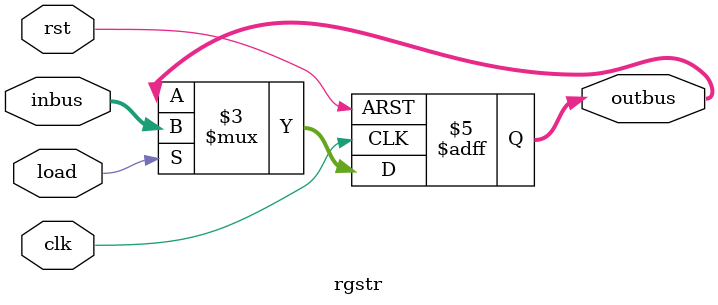
<source format=v>
`timescale 1ns/1ns
module rgstr(input clk,rst,load,input [15:0]inbus,output reg [15:0]outbus);
always@(posedge clk,posedge rst) begin 
    if(rst) outbus <= 16'b0;
    else if(load) outbus <= inbus;
	 else outbus <= outbus;
  end
 endmodule
</source>
